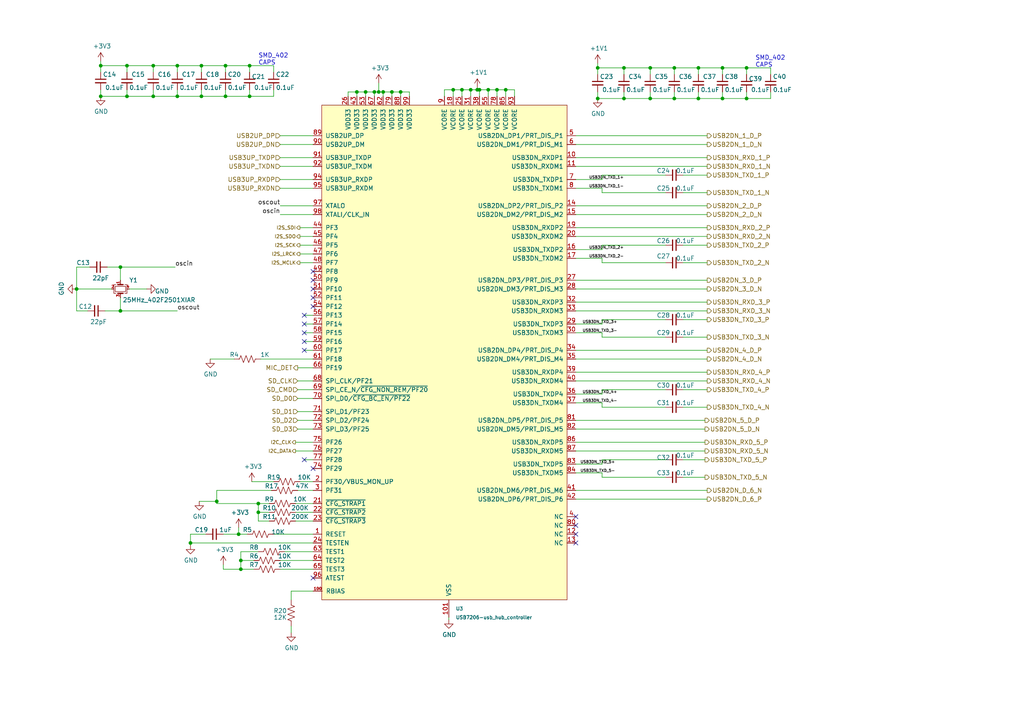
<source format=kicad_sch>
(kicad_sch (version 20211123) (generator eeschema)
  (paper "A4")
  (title_block (title "USB HUB ") (date "2022-08-30") (rev "1.0") (company "N/A") (comment 2 "Reviewed by: ") (comment 3 "Designer by: Robert Mutura"))
  (lib_symbols
    (symbol "Device:C_Small" (pin_numbers hide) (pin_names (offset 0.254) hide)
      (property "Reference" "C" (at 0.254 1.778 0))
      (property "Value" "C_Small" (at 0.254 -2.032 0))
      (symbol "C_Small_0_1"
        (polyline (pts (xy -1.524 -0.508) (xy 1.524 -0.508)) (stroke (width 0.3302)))
        (polyline (pts (xy -1.524 0.508) (xy 1.524 0.508)) (stroke (width 0.3048)))
      )
      (symbol "C_Small_1_1"
        (pin passive line (at 0 2.54 270) (length 2.032) (name "~") (number "1"))
        (pin passive line (at 0 -2.54 90) (length 2.032) (name "~") (number "2"))
      )
    )
    (symbol "Device:Crystal_GND24_Small" (pin_names (offset 1.016) hide)
      (property "Reference" "Y" (at 1.27 4.445 0))
      (property "Value" "Crystal_GND24_Small" (at 1.27 2.54 0))
      (symbol "Crystal_GND24_Small_0_1"
        (rectangle (start -0.762 -1.524) (end 0.762 1.524))
        (polyline (pts (xy -1.27 -0.762) (xy -1.27 0.762)) (stroke (width 0.381)))
        (polyline (pts (xy 1.27 -0.762) (xy 1.27 0.762)) (stroke (width 0.381)))
        (polyline (pts (xy -1.27 -1.27) (xy -1.27 -1.905) (xy 1.27 -1.905) (xy 1.27 -1.27)))
        (polyline (pts (xy -1.27 1.27) (xy -1.27 1.905) (xy 1.27 1.905) (xy 1.27 1.27)))
      )
      (symbol "Crystal_GND24_Small_1_1"
        (pin passive line (at -2.54 0 0) (length 1.27) (name "1") (number "1"))
        (pin passive line (at 0 -2.54 90) (length 0.635) (name "2") (number "2"))
        (pin passive line (at 2.54 0 180) (length 1.27) (name "3") (number "3"))
        (pin passive line (at 0 2.54 270) (length 0.635) (name "4") (number "4"))
      )
    )
    (symbol "Device:R_US" (pin_numbers hide) (pin_names (offset 0))
      (property "Reference" "R" (at 2.54 0 90))
      (property "Value" "R_US" (at -2.54 0 90))
      (symbol "R_US_0_1"
        (polyline (pts (xy 0 -2.286) (xy 0 -2.54)))
        (polyline (pts (xy 0 2.286) (xy 0 2.54)))
        (polyline (pts (xy 0 -0.762) (xy 1.016 -1.143) (xy 0 -1.524) (xy -1.016 -1.905) (xy 0 -2.286)))
        (polyline (pts (xy 0 0.762) (xy 1.016 0.381) (xy 0 0) (xy -1.016 -0.381) (xy 0 -0.762)))
        (polyline (pts (xy 0 2.286) (xy 1.016 1.905) (xy 0 1.524) (xy -1.016 1.143) (xy 0 0.762)))
      )
      (symbol "R_US_1_1"
        (pin passive line (at 0 3.81 270) (length 1.27) (name "~") (number "1"))
        (pin passive line (at 0 -3.81 90) (length 1.27) (name "~") (number "2"))
      )
    )
    (symbol "GCL_Integrated-Circuits:USB7206-usb_hub_controller" (pin_names (offset 1.016))
      (property "Reference" "U10" (at 33.02 5.715 0))
      (property "Value" "USB7206-usb_hub_controller" (at 33.655 3.175 0))
      (symbol "USB7206-usb_hub_controller_0_0"
        (pin passive line (at -39.37 -124.46 0) (length 2.54) (name "RESET") (number "1"))
        (pin input line (at 36.83 -15.24 180) (length 2.54) (name "USB3DN_RXDP1") (number "10"))
        (pin input line (at -39.37 -140.97 0) (length 2.6924) (name "RBIAS") (number "100"))
        (pin power_in line (at 0 -148.59 90) (length 5.08) (name "VSS") (number "101"))
        (pin input line (at 36.83 -17.78 180) (length 2.54) (name "USB3DN_RXDM1") (number "11"))
        (pin passive line (at 36.83 -124.46 180) (length 2.54) (name "NC") (number "12"))
        (pin passive line (at 36.83 -127 180) (length 2.54) (name "NC") (number "13"))
        (pin bidirectional line (at 36.83 -29.21 180) (length 2.54) (name "USB2DN_DP2/PRT_DIS_P2") (number "14"))
        (pin bidirectional line (at 36.83 -31.75 180) (length 2.54) (name "USB2DN_DM2/PRT_DIS_M2") (number "15"))
        (pin output line (at 36.83 -41.91 180) (length 2.54) (name "USB3DN_TXDP2") (number "16"))
        (pin output line (at 36.83 -44.45 180) (length 2.54) (name "USB3DN_TXDM2") (number "17"))
        (pin power_in line (at 1.27 2.54 270) (length 2.54) (name "VCORE") (number "18"))
        (pin input line (at 36.83 -35.56 180) (length 2.54) (name "USB3DN_RXDP2") (number "19"))
        (pin passive line (at -39.37 -109.22 0) (length 2.54) (name "PF30/VBUS_MON_UP") (number "2"))
        (pin input line (at 36.83 -38.1 180) (length 2.54) (name "USB3DN_RXDM2") (number "20"))
        (pin passive line (at -39.37 -115.57 0) (length 2.54) (name "~{CFG_STRAP1}") (number "21"))
        (pin passive line (at -39.37 -118.11 0) (length 2.54) (name "~{CFG_STRAP2}") (number "22"))
        (pin passive line (at -39.37 -120.65 0) (length 2.54) (name "~{CFG_STRAP3}") (number "23"))
        (pin passive line (at -39.37 -127 0) (length 2.54) (name "TESTEN") (number "24"))
        (pin power_in line (at 3.81 2.54 270) (length 2.54) (name "VCORE") (number "25"))
        (pin power_in line (at -29.21 2.54 270) (length 2.54) (name "VDD33") (number "26"))
        (pin bidirectional line (at 36.83 -50.8 180) (length 2.54) (name "USB2DN_DP3/PRT_DIS_P3") (number "27"))
        (pin bidirectional line (at 36.83 -53.34 180) (length 2.54) (name "USB2DN_DM3/PRT_DIS_M3") (number "28"))
        (pin output line (at 36.83 -63.5 180) (length 2.54) (name "USB3DN_TXDP3") (number "29"))
        (pin passive line (at -39.37 -111.76 0) (length 2.54) (name "PF31") (number "3"))
        (pin output line (at 36.83 -66.04 180) (length 2.54) (name "USB3DN_TXDM3") (number "30"))
        (pin power_in line (at 6.35 2.54 270) (length 2.54) (name "VCORE") (number "31"))
        (pin input line (at 36.83 -57.15 180) (length 2.54) (name "USB3DN_RXDP3") (number "32"))
        (pin input line (at 36.83 -59.69 180) (length 2.54) (name "USB3DN_RXDM3") (number "33"))
        (pin bidirectional line (at 36.83 -71.12 180) (length 2.54) (name "USB2DN_DP4/PRT_DIS_P4") (number "34"))
        (pin bidirectional line (at 36.83 -73.66 180) (length 2.54) (name "USB2DN_DM4/PRT_DIS_M4") (number "35"))
        (pin output line (at 36.83 -83.82 180) (length 2.54) (name "USB3DN_TXDP4") (number "36"))
        (pin output line (at 36.83 -86.36 180) (length 2.54) (name "USB3DN_TXDM4") (number "37"))
        (pin power_in line (at 8.89 2.54 270) (length 2.54) (name "VCORE") (number "38"))
        (pin input line (at 36.83 -77.47 180) (length 2.54) (name "USB3DN_RXDP4") (number "39"))
        (pin passive line (at 36.83 -119.38 180) (length 2.54) (name "NC") (number "4"))
        (pin input line (at 36.83 -80.01 180) (length 2.54) (name "USB3DN_RXDM4") (number "40"))
        (pin bidirectional line (at 36.83 -111.76 180) (length 2.54) (name "USB2DN_DM6/PRT_DIS_M6") (number "41"))
        (pin bidirectional line (at 36.83 -114.3 180) (length 2.54) (name "USB2DN_DP6/PRT_DIS_P6") (number "42"))
        (pin power_in line (at -26.67 2.54 270) (length 2.54) (name "VDD33") (number "43"))
        (pin passive line (at -39.37 -35.56 0) (length 2.54) (name "PF3") (number "44"))
        (pin passive line (at -39.37 -38.1 0) (length 2.54) (name "PF4") (number "45"))
        (pin passive line (at -39.37 -40.64 0) (length 2.54) (name "PF5") (number "46"))
        (pin passive line (at -39.37 -43.18 0) (length 2.54) (name "PF6") (number "47"))
        (pin passive line (at -39.37 -45.72 0) (length 2.54) (name "PF7") (number "48"))
        (pin passive line (at -39.37 -48.26 0) (length 2.54) (name "PF8") (number "49"))
        (pin bidirectional line (at 36.83 -8.89 180) (length 2.54) (name "USB2DN_DP1/PRT_DIS_P1") (number "5"))
        (pin passive line (at -39.37 -50.8 0) (length 2.54) (name "PF9") (number "50"))
        (pin passive line (at -39.37 -53.34 0) (length 2.54) (name "PF10") (number "51"))
        (pin passive line (at -39.37 -55.88 0) (length 2.54) (name "PF11") (number "52"))
        (pin power_in line (at -24.13 2.54 270) (length 2.54) (name "VDD33") (number "53"))
        (pin passive line (at -39.37 -58.42 0) (length 2.54) (name "PF12") (number "54"))
        (pin power_in line (at 11.43 2.54 270) (length 2.54) (name "VCORE") (number "55"))
        (pin passive line (at -39.37 -60.96 0) (length 2.54) (name "PF13") (number "56"))
        (pin passive line (at -39.37 -63.5 0) (length 2.54) (name "PF14") (number "57"))
        (pin passive line (at -39.37 -66.04 0) (length 2.54) (name "PF15") (number "58"))
        (pin passive line (at -39.37 -68.58 0) (length 2.54) (name "PF16") (number "59"))
        (pin bidirectional line (at 36.83 -11.43 180) (length 2.54) (name "USB2DN_DM1/PRT_DIS_M1") (number "6"))
        (pin passive line (at -39.37 -71.12 0) (length 2.54) (name "PF17") (number "60"))
        (pin passive line (at -39.37 -73.66 0) (length 2.54) (name "PF18") (number "61"))
        (pin power_in line (at -19.05 2.54 270) (length 2.54) (name "VDD33") (number "62"))
        (pin passive line (at -39.37 -129.54 0) (length 2.54) (name "TEST1") (number "63"))
        (pin passive line (at -39.37 -132.08 0) (length 2.54) (name "TEST2") (number "64"))
        (pin passive line (at -39.37 -134.62 0) (length 2.54) (name "TEST3") (number "65"))
        (pin passive line (at -39.37 -76.2 0) (length 2.54) (name "PF19") (number "66"))
        (pin power_in line (at -21.59 2.54 270) (length 2.54) (name "VDD33") (number "67"))
        (pin passive line (at -39.37 -80.01 0) (length 2.54) (name "SPI_CLK/PF21") (number "68"))
        (pin passive line (at -39.37 -82.55 0) (length 2.54) (name "SPI_CE_N/~{CFG_NON_REM/PF20}") (number "69"))
        (pin bidirectional line (at 36.83 -21.59 180) (length 2.54) (name "USB3DN_TXDP1") (number "7"))
        (pin passive line (at -39.37 -85.09 0) (length 2.54) (name "SPI_D0/~{CFG_BC_EN/PF22}") (number "70"))
        (pin passive line (at -39.37 -88.9 0) (length 2.54) (name "SPI_D1/PF23") (number "71"))
        (pin passive line (at -39.37 -91.44 0) (length 2.54) (name "SPI_D2/PF24") (number "72"))
        (pin passive line (at -39.37 -93.98 0) (length 2.54) (name "SPI_D3/PF25") (number "73"))
        (pin passive line (at -39.37 -105.41 0) (length 2.54) (name "PF29") (number "74"))
        (pin passive line (at -39.37 -97.79 0) (length 2.54) (name "PF26") (number "75"))
        (pin passive line (at -39.37 -100.33 0) (length 2.54) (name "PF27") (number "76"))
        (pin passive line (at -39.37 -102.87 0) (length 2.54) (name "PF28") (number "77"))
        (pin power_in line (at 13.97 2.54 270) (length 2.54) (name "VCORE") (number "78"))
        (pin power_in line (at -16.51 2.54 270) (length 2.54) (name "VDD33") (number "79"))
        (pin bidirectional line (at 36.83 -24.13 180) (length 2.54) (name "USB3DN_TXDM1") (number "8"))
        (pin passive line (at 36.83 -121.92 180) (length 2.54) (name "NC") (number "80"))
        (pin bidirectional line (at 36.83 -91.44 180) (length 2.54) (name "USB2DN_DP5/PRT_DIS_P5") (number "81"))
        (pin bidirectional line (at 36.83 -93.98 180) (length 2.54) (name "USB2DN_DM5/PRT_DIS_M5") (number "82"))
        (pin output line (at 36.83 -104.14 180) (length 2.54) (name "USB3DN_TXDP5") (number "83"))
        (pin output line (at 36.83 -106.68 180) (length 2.54) (name "USB3DN_TXDM5") (number "84"))
        (pin power_in line (at 16.51 2.54 270) (length 2.54) (name "VCORE") (number "85"))
        (pin input line (at 36.83 -97.79 180) (length 2.54) (name "USB3DN_RXDP5") (number "86"))
        (pin input line (at 36.83 -100.33 180) (length 2.54) (name "USB3DN_RXDM5") (number "87"))
        (pin power_in line (at -13.97 2.54 270) (length 2.54) (name "VDD33") (number "88"))
        (pin bidirectional line (at -39.37 -8.89 0) (length 2.54) (name "USB2UP_DP") (number "89"))
        (pin power_in line (at -1.27 2.54 270) (length 2.54) (name "VCORE") (number "9"))
        (pin bidirectional line (at -39.37 -11.43 0) (length 2.54) (name "USB2UP_DM") (number "90"))
        (pin output line (at -39.37 -15.24 0) (length 2.54) (name "USB3UP_TXDP") (number "91"))
        (pin output line (at -39.37 -17.78 0) (length 2.54) (name "USB3UP_TXDM") (number "92"))
        (pin power_in line (at 19.05 2.54 270) (length 2.54) (name "VCORE") (number "93"))
        (pin input line (at -39.37 -21.59 0) (length 2.54) (name "USB3UP_RXDP") (number "94"))
        (pin input line (at -39.37 -24.13 0) (length 2.54) (name "USB3UP_RXDM") (number "95"))
        (pin output line (at -39.37 -137.16 0) (length 2.54) (name "ATEST") (number "96"))
        (pin output line (at -39.37 -29.21 0) (length 2.54) (name "XTALO") (number "97"))
        (pin input line (at -39.37 -31.75 0) (length 2.54) (name "XTALI/CLK_IN") (number "98"))
        (pin power_in line (at -11.43 2.54 270) (length 2.54) (name "VDD33") (number "99"))
      )
      (symbol "USB7206-usb_hub_controller_0_1"
        (rectangle (start -36.83 0) (end 34.29 -143.51) (fill (type background)))
      )
    )
    (symbol "USB_C_HUB-rescue:+3.3V-OLIMEX_Power" (power) (pin_names (offset 0))
      (property "Value" "+3.3V-OLIMEX_Power" (at 0 3.556 0))
      (symbol "+3.3V-OLIMEX_Power_0_1"
        (polyline (pts (xy -0.762 1.27) (xy 0 2.54)))
        (polyline (pts (xy 0 0) (xy 0 2.54)))
        (polyline (pts (xy 0 2.54) (xy 0.762 1.27)))
      )
      (symbol "+3.3V-OLIMEX_Power_1_1"
        (pin power_in line (at 0 0 90) (length 0) hide (name "+3V3") (number "1"))
      )
    )
    (symbol "USB_C_HUB-rescue:GND-OLIMEX_Power" (power) (pin_names (offset 0))
      (property "Value" "GND-OLIMEX_Power" (at 0 -3.81 0))
      (symbol "GND-OLIMEX_Power_0_1"
        (polyline (pts (xy 0 0) (xy 0 -1.27) (xy 1.27 -1.27) (xy 0 -2.54) (xy -1.27 -1.27) (xy 0 -1.27)))
      )
      (symbol "GND-OLIMEX_Power_1_1"
        (pin power_in line (at 0 0 270) (length 0) hide (name "GND") (number "1"))
      )
    )
    (symbol "power:+1V1" (power) (pin_names (offset 0))
      (property "Value" "+1V1" (at 0 3.556 0))
      (symbol "+1V1_0_1"
        (polyline (pts (xy -0.762 1.27) (xy 0 2.54)))
        (polyline (pts (xy 0 0) (xy 0 2.54)))
        (polyline (pts (xy 0 2.54) (xy 0.762 1.27)))
      )
      (symbol "+1V1_1_1"
        (pin power_in line (at 0 0 90) (length 0) hide (name "+1V1") (number "1"))
      )
    )
  )
  (junction (at 62.865 145.415))
  (junction (at 69.215 154.94))
  (junction (at 216.535 28.575))
  (junction (at 29.21 27.94))
  (junction (at 209.55 28.575))
  (junction (at 136.525 26.035))
  (junction (at 146.685 26.035))
  (junction (at 106.045 26.67))
  (junction (at 188.595 19.685))
  (junction (at 29.21 19.05))
  (junction (at 109.855 26.67))
  (junction (at 138.43 26.035))
  (junction (at 202.565 28.575))
  (junction (at 34.925 90.17))
  (junction (at 58.42 19.05))
  (junction (at 69.85 162.56))
  (junction (at 44.45 19.05))
  (junction (at 74.93 146.05))
  (junction (at 108.585 26.67))
  (junction (at 180.975 28.575))
  (junction (at 44.45 27.94))
  (junction (at 58.42 27.94))
  (junction (at 131.445 26.035))
  (junction (at 144.145 26.035))
  (junction (at 141.605 26.035))
  (junction (at 34.925 77.47))
  (junction (at 36.83 27.94))
  (junction (at 69.85 165.1))
  (junction (at 55.245 157.48))
  (junction (at 116.205 26.67))
  (junction (at 51.435 19.05))
  (junction (at 195.58 19.685))
  (junction (at 36.83 19.05))
  (junction (at 173.355 28.575))
  (junction (at 113.665 26.67))
  (junction (at 103.505 26.67))
  (junction (at 65.405 27.94))
  (junction (at 65.405 19.05))
  (junction (at 202.565 19.685))
  (junction (at 72.39 27.94))
  (junction (at 133.985 26.035))
  (junction (at 74.93 148.59))
  (junction (at 111.125 26.67))
  (junction (at 173.355 19.685))
  (junction (at 216.535 19.685))
  (junction (at 51.435 27.94))
  (junction (at 22.225 83.82))
  (junction (at 209.55 19.685))
  (junction (at 188.595 28.575))
  (junction (at 195.58 28.575))
  (junction (at 180.975 19.685))
  (junction (at 139.065 26.035))
  (junction (at 72.39 19.05))
  (no_connect (at 167.005 152.4))
  (no_connect (at 88.265 96.52))
  (no_connect (at 88.265 99.06))
  (no_connect (at 88.265 133.35))
  (no_connect (at 167.005 149.86))
  (no_connect (at 90.805 81.28))
  (no_connect (at 90.805 83.82))
  (no_connect (at 90.805 135.89))
  (no_connect (at 88.265 101.6))
  (no_connect (at 90.805 88.9))
  (no_connect (at 88.265 93.98))
  (no_connect (at 90.805 78.74))
  (no_connect (at 90.805 167.64))
  (no_connect (at 88.265 91.44))
  (no_connect (at 167.005 157.48))
  (no_connect (at 90.805 86.36))
  (no_connect (at 167.005 154.94))
  (wire (pts (xy 146.685 26.035) (xy 146.685 27.94)))
  (wire (pts (xy 34.925 90.17) (xy 34.925 86.36)))
  (wire (pts (xy 26.035 77.47) (xy 22.225 77.47)))
  (wire (pts (xy 69.85 165.1) (xy 73.66 165.1)))
  (wire (pts (xy 167.005 54.61) (xy 174.625 54.61)))
  (wire (pts (xy 167.005 90.17) (xy 205.105 90.17)))
  (wire (pts (xy 167.005 62.23) (xy 205.105 62.23)))
  (wire (pts (xy 90.805 121.92) (xy 86.36 121.92)))
  (wire (pts (xy 109.855 26.67) (xy 111.125 26.67)))
  (wire (pts (xy 174.625 76.2) (xy 193.04 76.2)))
  (wire (pts (xy 188.595 19.685) (xy 188.595 21.59)))
  (wire (pts (xy 180.975 19.685) (xy 180.975 21.59)))
  (wire (pts (xy 88.265 96.52) (xy 90.805 96.52)))
  (wire (pts (xy 174.625 74.93) (xy 174.625 76.2)))
  (wire (pts (xy 55.245 157.48) (xy 55.245 158.115)))
  (wire (pts (xy 223.52 28.575) (xy 223.52 26.67)))
  (wire (pts (xy 86.36 119.38) (xy 90.805 119.38)))
  (wire (pts (xy 85.725 151.13) (xy 90.805 151.13)))
  (wire (pts (xy 167.005 121.92) (xy 204.47 121.92)))
  (wire (pts (xy 216.535 19.685) (xy 223.52 19.685)))
  (wire (pts (xy 198.12 55.88) (xy 205.105 55.88)))
  (wire (pts (xy 86.36 124.46) (xy 90.805 124.46)))
  (wire (pts (xy 174.625 52.07) (xy 174.625 50.8)))
  (wire (pts (xy 167.005 128.27) (xy 204.47 128.27)))
  (wire (pts (xy 174.625 71.12) (xy 193.04 71.12)))
  (wire (pts (xy 106.045 27.94) (xy 106.045 26.67)))
  (wire (pts (xy 116.205 26.67) (xy 118.745 26.67)))
  (wire (pts (xy 198.12 50.8) (xy 205.105 50.8)))
  (wire (pts (xy 144.145 26.035) (xy 146.685 26.035)))
  (wire (pts (xy 88.265 101.6) (xy 90.805 101.6)))
  (wire (pts (xy 167.005 101.6) (xy 205.105 101.6)))
  (wire (pts (xy 174.625 54.61) (xy 174.625 55.88)))
  (wire (pts (xy 81.28 165.1) (xy 90.805 165.1)))
  (wire (pts (xy 174.625 137.16) (xy 174.625 138.43)))
  (wire (pts (xy 167.005 72.39) (xy 174.625 72.39)))
  (wire (pts (xy 74.93 148.59) (xy 74.93 146.05)))
  (wire (pts (xy 174.625 55.88) (xy 193.04 55.88)))
  (wire (pts (xy 82.55 160.02) (xy 90.805 160.02)))
  (wire (pts (xy 111.125 26.67) (xy 113.665 26.67)))
  (wire (pts (xy 174.625 50.8) (xy 193.04 50.8)))
  (wire (pts (xy 136.525 26.035) (xy 138.43 26.035)))
  (wire (pts (xy 88.265 99.06) (xy 90.805 99.06)))
  (wire (pts (xy 88.265 91.44) (xy 90.805 91.44)))
  (wire (pts (xy 138.43 26.035) (xy 138.43 25.4)))
  (wire (pts (xy 174.625 134.62) (xy 174.625 133.35)))
  (wire (pts (xy 198.12 138.43) (xy 204.47 138.43)))
  (wire (pts (xy 44.45 19.05) (xy 51.435 19.05)))
  (wire (pts (xy 29.21 20.955) (xy 29.21 19.05)))
  (wire (pts (xy 174.625 96.52) (xy 174.625 97.79)))
  (wire (pts (xy 167.005 137.16) (xy 174.625 137.16)))
  (wire (pts (xy 167.005 52.07) (xy 174.625 52.07)))
  (wire (pts (xy 167.005 48.26) (xy 205.105 48.26)))
  (wire (pts (xy 55.245 157.48) (xy 90.805 157.48)))
  (wire (pts (xy 174.625 133.35) (xy 193.04 133.35)))
  (wire (pts (xy 58.42 27.94) (xy 58.42 26.035)))
  (wire (pts (xy 195.58 28.575) (xy 195.58 26.67)))
  (wire (pts (xy 58.42 19.05) (xy 65.405 19.05)))
  (wire (pts (xy 79.375 154.94) (xy 90.805 154.94)))
  (wire (pts (xy 37.465 83.82) (xy 42.545 83.82)))
  (wire (pts (xy 65.405 19.05) (xy 72.39 19.05)))
  (wire (pts (xy 86.995 76.2) (xy 90.805 76.2)))
  (wire (pts (xy 86.995 71.12) (xy 90.805 71.12)))
  (wire (pts (xy 81.28 48.26) (xy 90.805 48.26)))
  (wire (pts (xy 103.505 26.67) (xy 106.045 26.67)))
  (wire (pts (xy 69.85 160.02) (xy 74.93 160.02)))
  (wire (pts (xy 167.005 87.63) (xy 205.105 87.63)))
  (wire (pts (xy 173.355 19.685) (xy 180.975 19.685)))
  (wire (pts (xy 173.355 18.415) (xy 173.355 19.685)))
  (wire (pts (xy 167.005 114.3) (xy 174.625 114.3)))
  (wire (pts (xy 141.605 26.035) (xy 141.605 27.94)))
  (wire (pts (xy 36.83 27.94) (xy 44.45 27.94)))
  (wire (pts (xy 195.58 19.685) (xy 195.58 21.59)))
  (wire (pts (xy 51.435 19.05) (xy 51.435 20.955)))
  (wire (pts (xy 51.435 19.05) (xy 58.42 19.05)))
  (wire (pts (xy 22.225 90.17) (xy 25.4 90.17)))
  (wire (pts (xy 209.55 19.685) (xy 216.535 19.685)))
  (wire (pts (xy 167.005 110.49) (xy 205.105 110.49)))
  (wire (pts (xy 65.405 26.035) (xy 65.405 27.94)))
  (wire (pts (xy 188.595 28.575) (xy 195.58 28.575)))
  (wire (pts (xy 34.925 77.47) (xy 50.8 77.47)))
  (wire (pts (xy 198.12 76.2) (xy 205.105 76.2)))
  (wire (pts (xy 174.625 93.98) (xy 174.625 92.71)))
  (wire (pts (xy 88.265 133.35) (xy 90.805 133.35)))
  (wire (pts (xy 81.28 62.23) (xy 90.805 62.23)))
  (wire (pts (xy 64.77 163.83) (xy 64.77 165.1)))
  (wire (pts (xy 73.66 162.56) (xy 69.85 162.56)))
  (wire (pts (xy 174.625 113.03) (xy 193.04 113.03)))
  (wire (pts (xy 167.005 66.04) (xy 205.105 66.04)))
  (wire (pts (xy 81.28 39.37) (xy 90.805 39.37)))
  (wire (pts (xy 139.065 26.035) (xy 141.605 26.035)))
  (wire (pts (xy 58.42 19.05) (xy 58.42 20.955)))
  (wire (pts (xy 31.115 77.47) (xy 34.925 77.47)))
  (wire (pts (xy 65.405 19.05) (xy 65.405 20.955)))
  (wire (pts (xy 36.83 27.94) (xy 36.83 26.035)))
  (wire (pts (xy 103.505 27.94) (xy 103.505 26.67)))
  (wire (pts (xy 209.55 26.67) (xy 209.55 28.575)))
  (wire (pts (xy 22.225 77.47) (xy 22.225 83.82)))
  (wire (pts (xy 69.85 162.56) (xy 69.85 165.1)))
  (wire (pts (xy 167.005 59.69) (xy 205.105 59.69)))
  (wire (pts (xy 74.93 146.05) (xy 62.865 146.05)))
  (wire (pts (xy 167.005 104.14) (xy 205.105 104.14)))
  (wire (pts (xy 69.215 154.94) (xy 71.755 154.94)))
  (wire (pts (xy 22.225 83.82) (xy 22.225 90.17)))
  (wire (pts (xy 72.39 19.05) (xy 79.375 19.05)))
  (wire (pts (xy 62.865 142.24) (xy 62.865 145.415)))
  (wire (pts (xy 180.975 28.575) (xy 188.595 28.575)))
  (wire (pts (xy 85.725 130.81) (xy 90.805 130.81)))
  (wire (pts (xy 167.005 116.84) (xy 174.625 116.84)))
  (wire (pts (xy 180.975 19.685) (xy 188.595 19.685)))
  (wire (pts (xy 174.625 72.39) (xy 174.625 71.12)))
  (wire (pts (xy 167.005 45.72) (xy 205.105 45.72)))
  (wire (pts (xy 81.28 45.72) (xy 90.805 45.72)))
  (wire (pts (xy 81.28 59.69) (xy 90.805 59.69)))
  (wire (pts (xy 34.925 77.47) (xy 34.925 81.28)))
  (wire (pts (xy 62.865 145.415) (xy 57.785 145.415)))
  (wire (pts (xy 116.205 27.94) (xy 116.205 26.67)))
  (wire (pts (xy 86.36 113.03) (xy 90.805 113.03)))
  (wire (pts (xy 202.565 19.685) (xy 202.565 21.59)))
  (wire (pts (xy 198.12 97.79) (xy 205.105 97.79)))
  (wire (pts (xy 79.375 139.7) (xy 73.025 139.7)))
  (wire (pts (xy 113.665 27.94) (xy 113.665 26.67)))
  (wire (pts (xy 108.585 26.67) (xy 109.855 26.67)))
  (wire (pts (xy 167.005 93.98) (xy 174.625 93.98)))
  (wire (pts (xy 138.43 26.035) (xy 139.065 26.035)))
  (wire (pts (xy 174.625 114.3) (xy 174.625 113.03)))
  (wire (pts (xy 141.605 26.035) (xy 144.145 26.035)))
  (wire (pts (xy 64.77 165.1) (xy 69.85 165.1)))
  (wire (pts (xy 69.85 162.56) (xy 69.85 160.02)))
  (wire (pts (xy 81.28 162.56) (xy 90.805 162.56)))
  (wire (pts (xy 29.21 26.035) (xy 29.21 27.94)))
  (wire (pts (xy 34.925 90.17) (xy 51.435 90.17)))
  (wire (pts (xy 136.525 27.94) (xy 136.525 26.035)))
  (wire (pts (xy 44.45 19.05) (xy 44.45 20.955)))
  (wire (pts (xy 195.58 19.685) (xy 202.565 19.685)))
  (wire (pts (xy 131.445 26.035) (xy 133.985 26.035)))
  (wire (pts (xy 84.455 183.515) (xy 84.455 181.61)))
  (wire (pts (xy 85.725 128.27) (xy 90.805 128.27)))
  (wire (pts (xy 100.965 26.67) (xy 103.505 26.67)))
  (wire (pts (xy 146.685 26.035) (xy 149.225 26.035)))
  (wire (pts (xy 198.12 118.11) (xy 205.105 118.11)))
  (wire (pts (xy 223.52 19.685) (xy 223.52 21.59)))
  (wire (pts (xy 139.065 26.035) (xy 139.065 27.94)))
  (wire (pts (xy 173.355 21.59) (xy 173.355 19.685)))
  (wire (pts (xy 86.36 115.57) (xy 90.805 115.57)))
  (wire (pts (xy 108.585 27.94) (xy 108.585 26.67)))
  (wire (pts (xy 113.665 26.67) (xy 116.205 26.67)))
  (wire (pts (xy 36.83 19.05) (xy 36.83 20.955)))
  (wire (pts (xy 59.69 154.94) (xy 55.245 154.94)))
  (wire (pts (xy 88.265 93.98) (xy 90.805 93.98)))
  (wire (pts (xy 174.625 138.43) (xy 193.04 138.43)))
  (wire (pts (xy 30.48 90.17) (xy 34.925 90.17)))
  (wire (pts (xy 84.455 173.99) (xy 84.455 171.45)))
  (wire (pts (xy 74.93 146.05) (xy 78.105 146.05)))
  (wire (pts (xy 36.83 19.05) (xy 44.45 19.05)))
  (wire (pts (xy 84.455 171.45) (xy 90.805 171.45)))
  (wire (pts (xy 167.005 130.81) (xy 204.47 130.81)))
  (wire (pts (xy 131.445 27.94) (xy 131.445 26.035)))
  (wire (pts (xy 29.21 17.78) (xy 29.21 19.05)))
  (wire (pts (xy 55.245 154.94) (xy 55.245 157.48)))
  (wire (pts (xy 133.985 27.94) (xy 133.985 26.035)))
  (wire (pts (xy 167.005 68.58) (xy 205.105 68.58)))
  (wire (pts (xy 78.105 148.59) (xy 74.93 148.59)))
  (wire (pts (xy 85.725 146.05) (xy 90.805 146.05)))
  (wire (pts (xy 174.625 118.11) (xy 193.04 118.11)))
  (wire (pts (xy 78.105 151.13) (xy 74.93 151.13)))
  (wire (pts (xy 86.995 66.04) (xy 90.805 66.04)))
  (wire (pts (xy 100.965 26.67) (xy 100.965 27.94)))
  (wire (pts (xy 81.28 41.91) (xy 90.805 41.91)))
  (wire (pts (xy 198.12 71.12) (xy 205.105 71.12)))
  (wire (pts (xy 167.005 107.95) (xy 205.105 107.95)))
  (wire (pts (xy 167.005 144.78) (xy 205.105 144.78)))
  (wire (pts (xy 128.905 26.035) (xy 131.445 26.035)))
  (wire (pts (xy 216.535 28.575) (xy 216.535 26.67)))
  (wire (pts (xy 58.42 27.94) (xy 65.405 27.94)))
  (wire (pts (xy 72.39 27.94) (xy 72.39 26.035)))
  (wire (pts (xy 180.975 28.575) (xy 180.975 26.67)))
  (wire (pts (xy 167.005 83.82) (xy 205.105 83.82)))
  (wire (pts (xy 44.45 27.94) (xy 51.435 27.94)))
  (wire (pts (xy 128.905 27.94) (xy 128.905 26.035)))
  (wire (pts (xy 167.005 142.24) (xy 205.105 142.24)))
  (wire (pts (xy 188.595 19.685) (xy 195.58 19.685)))
  (wire (pts (xy 74.93 151.13) (xy 74.93 148.59)))
  (wire (pts (xy 130.175 179.705) (xy 130.175 179.07)))
  (wire (pts (xy 195.58 28.575) (xy 202.565 28.575)))
  (wire (pts (xy 78.74 142.24) (xy 62.865 142.24)))
  (wire (pts (xy 75.565 104.14) (xy 90.805 104.14)))
  (wire (pts (xy 118.745 26.67) (xy 118.745 27.94)))
  (wire (pts (xy 65.405 27.94) (xy 72.39 27.94)))
  (wire (pts (xy 22.225 83.82) (xy 32.385 83.82)))
  (wire (pts (xy 173.355 26.67) (xy 173.355 28.575)))
  (wire (pts (xy 81.28 52.07) (xy 90.805 52.07)))
  (wire (pts (xy 81.28 54.61) (xy 90.805 54.61)))
  (wire (pts (xy 202.565 28.575) (xy 209.55 28.575)))
  (wire (pts (xy 216.535 19.685) (xy 216.535 21.59)))
  (wire (pts (xy 86.995 68.58) (xy 90.805 68.58)))
  (wire (pts (xy 174.625 92.71) (xy 193.04 92.71)))
  (wire (pts (xy 69.215 154.94) (xy 64.77 154.94)))
  (wire (pts (xy 167.005 74.93) (xy 174.625 74.93)))
  (wire (pts (xy 209.55 19.685) (xy 209.55 21.59)))
  (wire (pts (xy 106.045 26.67) (xy 108.585 26.67)))
  (wire (pts (xy 60.96 104.14) (xy 67.945 104.14)))
  (wire (pts (xy 167.005 39.37) (xy 205.105 39.37)))
  (wire (pts (xy 209.55 28.575) (xy 216.535 28.575)))
  (wire (pts (xy 149.225 26.035) (xy 149.225 27.94)))
  (wire (pts (xy 198.12 92.71) (xy 205.105 92.71)))
  (wire (pts (xy 188.595 28.575) (xy 188.595 26.67)))
  (wire (pts (xy 167.005 81.28) (xy 205.105 81.28)))
  (wire (pts (xy 198.12 113.03) (xy 205.105 113.03)))
  (wire (pts (xy 167.005 124.46) (xy 204.47 124.46)))
  (wire (pts (xy 79.375 19.05) (xy 79.375 20.955)))
  (wire (pts (xy 86.995 139.7) (xy 90.805 139.7)))
  (wire (pts (xy 69.215 153.035) (xy 69.215 154.94)))
  (wire (pts (xy 44.45 27.94) (xy 44.45 26.035)))
  (wire (pts (xy 216.535 28.575) (xy 223.52 28.575)))
  (wire (pts (xy 167.005 96.52) (xy 174.625 96.52)))
  (wire (pts (xy 167.005 41.91) (xy 205.105 41.91)))
  (wire (pts (xy 202.565 19.685) (xy 209.55 19.685)))
  (wire (pts (xy 144.145 26.035) (xy 144.145 27.94)))
  (wire (pts (xy 85.725 148.59) (xy 90.805 148.59)))
  (wire (pts (xy 133.985 26.035) (xy 136.525 26.035)))
  (wire (pts (xy 173.355 28.575) (xy 180.975 28.575)))
  (wire (pts (xy 86.36 142.24) (xy 90.805 142.24)))
  (wire (pts (xy 174.625 97.79) (xy 193.04 97.79)))
  (wire (pts (xy 109.855 24.13) (xy 109.855 26.67)))
  (wire (pts (xy 174.625 116.84) (xy 174.625 118.11)))
  (wire (pts (xy 72.39 19.05) (xy 72.39 20.955)))
  (wire (pts (xy 29.21 27.94) (xy 36.83 27.94)))
  (wire (pts (xy 51.435 27.94) (xy 51.435 26.035)))
  (wire (pts (xy 62.865 146.05) (xy 62.865 145.415)))
  (wire (pts (xy 111.125 26.67) (xy 111.125 27.94)))
  (wire (pts (xy 86.995 73.66) (xy 90.805 73.66)))
  (wire (pts (xy 79.375 27.94) (xy 79.375 26.035)))
  (wire (pts (xy 198.12 133.35) (xy 204.47 133.35)))
  (wire (pts (xy 72.39 27.94) (xy 79.375 27.94)))
  (wire (pts (xy 167.005 134.62) (xy 174.625 134.62)))
  (wire (pts (xy 202.565 28.575) (xy 202.565 26.67)))
  (wire (pts (xy 86.36 106.68) (xy 90.805 106.68)))
  (wire (pts (xy 29.21 19.05) (xy 36.83 19.05)))
  (wire (pts (xy 51.435 27.94) (xy 58.42 27.94)))
  (wire (pts (xy 90.805 110.49) (xy 86.36 110.49)))
  (text "SMD_402\nCAPS" (at 74.93 19.05 0) (effects (font (size 1.27 1.27)) (justify left bottom)))
  (text "SMD_402\nCAPS" (at 219.075 19.685 0) (effects (font (size 1.27 1.27)) (justify left bottom)))
  (label "USB3DN_TXD_3+" (at 168.91 93.98 0) (effects (font (size 0.8 0.8))))
  (label "USB3DN_TXD_5+" (at 168.275 134.62 0) (effects (font (size 0.8 0.8))))
  (label "USB3DN_TXD_4-" (at 168.91 116.84 0) (effects (font (size 0.8 0.8))))
  (label "oscout" (at 51.435 90.17 0))
  (label "USB3DN_TXD_3-" (at 168.91 96.52 0) (effects (font (size 0.8 0.8))))
  (label "USB3DN_TXD_2+" (at 170.815 72.39 0) (effects (font (size 0.8 0.8))))
  (label "oscin" (at 81.28 62.23 180))
  (label "USB3DN_TXD_5-" (at 168.275 137.16 0) (effects (font (size 0.8 0.8))))
  (label "oscin" (at 50.8 77.47 0))
  (label "USB3DN_TXD_1+" (at 170.815 52.07 0) (effects (font (size 0.8 0.8))))
  (label "USB3DN_TXD_1-" (at 170.815 54.61 0) (effects (font (size 0.8 0.8))))
  (label "USB3DN_TXD_2-" (at 170.815 74.93 0) (effects (font (size 0.8 0.8))))
  (label "USB3DN_TXD_4+" (at 168.91 114.3 0) (effects (font (size 0.8 0.8))))
  (label "oscout" (at 81.28 59.69 180))
  (hierarchical_label "USB2UP_DN" (shape input) (at 81.28 41.91 180))
  (hierarchical_label "SD_CLK" (shape input) (at 86.36 110.49 180))
  (hierarchical_label "USB3DN_RXD_3_N" (shape output) (at 205.105 90.17 0))
  (hierarchical_label "USB2DN_3_D_N" (shape output) (at 205.105 83.82 0))
  (hierarchical_label "USB2DN_5_D_N" (shape output) (at 204.47 124.46 0))
  (hierarchical_label "USB3DN_RXD_2_N" (shape output) (at 205.105 68.58 0))
  (hierarchical_label "USB2DN_1_D_N" (shape output) (at 205.105 41.91 0))
  (hierarchical_label "SD_CMD" (shape input) (at 86.36 113.03 180))
  (hierarchical_label "I2S_SDI" (shape output) (at 86.995 66.04 180) (effects (font (size 0.9906 0.9906))))
  (hierarchical_label "I2S_SCK" (shape output) (at 86.995 71.12 180) (effects (font (size 0.9906 0.9906))))
  (hierarchical_label "USB3DN_RXD_5_N" (shape output) (at 204.47 130.81 0))
  (hierarchical_label "USB3DN_TXD_3_N" (shape output) (at 205.105 97.79 0))
  (hierarchical_label "USB3DN_TXD_2_P" (shape output) (at 205.105 71.12 0))
  (hierarchical_label "USB3UP_TXDN" (shape input) (at 81.28 48.26 180))
  (hierarchical_label "USB3DN_RXD_5_P" (shape output) (at 204.47 128.27 0))
  (hierarchical_label "SD_D0" (shape input) (at 86.36 115.57 180))
  (hierarchical_label "I2C_DATA" (shape output) (at 85.725 130.81 180) (effects (font (size 0.9906 0.9906))))
  (hierarchical_label "USB3DN_TXD_1_P" (shape output) (at 205.105 50.8 0))
  (hierarchical_label "SD_D1" (shape input) (at 86.36 119.38 180))
  (hierarchical_label "SD_D2" (shape input) (at 86.36 121.92 180))
  (hierarchical_label "USB3DN_RXD_1_N" (shape output) (at 205.105 48.26 0))
  (hierarchical_label "USB3UP_TXDP" (shape input) (at 81.28 45.72 180))
  (hierarchical_label "I2S_LRCK" (shape output) (at 86.995 73.66 180) (effects (font (size 0.9906 0.9906))))
  (hierarchical_label "USB2DN_2_D_P" (shape output) (at 205.105 59.69 0))
  (hierarchical_label "USB3DN_TXD_2_N" (shape output) (at 205.105 76.2 0))
  (hierarchical_label "USB2UP_DP" (shape input) (at 81.28 39.37 180))
  (hierarchical_label "USB3DN_RXD_4_N" (shape output) (at 205.105 110.49 0))
  (hierarchical_label "USB2DN_D_6_N" (shape output) (at 205.105 142.24 0))
  (hierarchical_label "USB2DN_2_D_N" (shape output) (at 205.105 62.23 0))
  (hierarchical_label "USB3DN_RXD_2_P" (shape output) (at 205.105 66.04 0))
  (hierarchical_label "USB3DN_RXD_1_P" (shape output) (at 205.105 45.72 0))
  (hierarchical_label "USB2DN_5_D_P" (shape output) (at 204.47 121.92 0))
  (hierarchical_label "USB3DN_TXD_3_P" (shape output) (at 205.105 92.71 0))
  (hierarchical_label "USB3UP_RXDN" (shape input) (at 81.28 54.61 180))
  (hierarchical_label "USB3DN_RXD_4_P" (shape output) (at 205.105 107.95 0))
  (hierarchical_label "USB2DN_D_6_P" (shape output) (at 205.105 144.78 0))
  (hierarchical_label "USB3DN_TXD_5_N" (shape output) (at 204.47 138.43 0))
  (hierarchical_label "USB3DN_TXD_4_P" (shape output) (at 205.105 113.03 0))
  (hierarchical_label "I2S_SDO" (shape output) (at 86.995 68.58 180) (effects (font (size 0.9906 0.9906))))
  (hierarchical_label "I2C_CLK" (shape output) (at 85.725 128.27 180) (effects (font (size 0.9906 0.9906))))
  (hierarchical_label "USB2DN_4_D_N" (shape output) (at 205.105 104.14 0))
  (hierarchical_label "USB3DN_TXD_4_N" (shape output) (at 205.105 118.11 0))
  (hierarchical_label "USB3UP_RXDP" (shape input) (at 81.28 52.07 180))
  (hierarchical_label "USB2DN_4_D_P" (shape output) (at 205.105 101.6 0))
  (hierarchical_label "I2S_MCLK" (shape output) (at 86.995 76.2 180) (effects (font (size 0.9906 0.9906))))
  (hierarchical_label "USB3DN_TXD_1_N" (shape output) (at 205.105 55.88 0))
  (hierarchical_label "USB3DN_RXD_3_P" (shape output) (at 205.105 87.63 0))
  (hierarchical_label "USB3DN_TXD_5_P" (shape output) (at 204.47 133.35 0))
  (hierarchical_label "USB2DN_3_D_P" (shape output) (at 205.105 81.28 0))
  (hierarchical_label "SD_D3" (shape input) (at 86.36 124.46 180))
  (hierarchical_label "USB2DN_1_D_P" (shape output) (at 205.105 39.37 0))
  (hierarchical_label "MIC_DET" (shape output) (at 86.36 106.68 180))
  (symbol (lib_id "power:+1V1") (at 173.355 18.415 0) (unit 1)
    (property "Reference" "#PWR043" (effects hide))
    (property "Value" "+1V1" (at 173.736 14.0208 0))
  )
  (symbol (lib_id "Device:C_Small") (at 29.21 23.495 0) (unit 1)
    (property "Reference" "C14" (at 29.845 21.59 0) (effects (justify left)))
    (property "Value" "0.1uF" (at 30.48 25.4 0) (effects (justify left)))
    (property "Footprint" "Capacitor_SMD:C_0402_1005Metric" (effects hide))
  )
  (symbol (lib_id "Device:C_Small") (at 36.83 23.495 0) (unit 1)
    (property "Reference" "C15" (at 38.1 21.59 0) (effects (justify left)))
    (property "Value" "0.1uF" (at 37.465 25.4 0) (effects (justify left)))
    (property "Footprint" "Capacitor_SMD:C_0402_1005Metric" (effects hide))
  )
  (symbol (lib_id "Device:C_Small") (at 44.45 23.495 0) (unit 1)
    (property "Reference" "C16" (at 45.72 21.59 0) (effects (justify left)))
    (property "Value" "0.1uF" (at 45.085 25.4 0) (effects (justify left)))
    (property "Footprint" "Capacitor_SMD:C_0402_1005Metric" (effects hide))
  )
  (symbol (lib_id "Device:C_Small") (at 51.435 23.495 0) (unit 1)
    (property "Reference" "C17" (at 52.705 21.59 0) (effects (justify left)))
    (property "Value" "0.1uF" (at 52.07 25.4 0) (effects (justify left)))
    (property "Footprint" "Capacitor_SMD:C_0402_1005Metric" (effects hide))
  )
  (symbol (lib_id "Device:C_Small") (at 58.42 23.495 0) (unit 1)
    (property "Reference" "C18" (at 59.69 21.59 0) (effects (justify left)))
    (property "Value" "0.1uF" (at 59.055 25.4 0) (effects (justify left)))
    (property "Footprint" "Capacitor_SMD:C_0402_1005Metric" (effects hide))
  )
  (symbol (lib_id "Device:C_Small") (at 65.405 23.495 0) (unit 1)
    (property "Reference" "C20" (at 66.04 21.59 0) (effects (justify left)))
    (property "Value" "0.1uF" (at 66.04 25.4 0) (effects (justify left)))
    (property "Footprint" "Capacitor_SMD:C_0402_1005Metric" (effects hide))
  )
  (symbol (lib_id "Device:C_Small") (at 72.39 23.495 0) (unit 1)
    (property "Reference" "C21" (at 73.025 22.225 0) (effects (justify left)))
    (property "Value" "0.1uF" (at 73.66 25.4 0) (effects (justify left)))
    (property "Footprint" "Capacitor_SMD:C_0402_1005Metric" (effects hide))
  )
  (symbol (lib_id "Device:C_Small") (at 79.375 23.495 0) (unit 1)
    (property "Reference" "C22" (at 80.01 21.59 0) (effects (justify left)))
    (property "Value" "0.1uF" (at 80.01 25.4 0) (effects (justify left)))
    (property "Footprint" "Capacitor_SMD:C_0402_1005Metric" (effects hide))
  )
  (symbol (lib_id "USB_C_HUB-rescue:+3.3V-OLIMEX_Power") (at 29.21 17.78 0) (unit 1)
    (property "Reference" "#PWR030" (effects hide))
    (property "Value" "+3.3V" (at 29.591 13.3858 0))
  )
  (symbol (lib_id "USB_C_HUB-rescue:GND-OLIMEX_Power") (at 29.21 27.94 0) (unit 1)
    (property "Reference" "#PWR031" (effects hide))
    (property "Value" "GND" (at 29.337 32.3342 0))
  )
  (symbol (lib_id "USB_C_HUB-rescue:+3.3V-OLIMEX_Power") (at 109.855 24.13 0) (unit 1)
    (property "Reference" "#PWR040" (effects hide))
    (property "Value" "+3.3V" (at 110.236 19.7358 0))
  )
  (symbol (lib_id "USB_C_HUB-rescue:GND-OLIMEX_Power") (at 173.355 28.575 0) (unit 1)
    (property "Reference" "#PWR044" (effects hide))
    (property "Value" "GND" (at 173.482 32.9692 0))
  )
  (symbol (lib_id "Device:C_Small") (at 223.52 24.13 0) (unit 1)
    (property "Reference" "C40" (at 224.155 22.225 0) (effects (justify left)))
    (property "Value" "0.1uF" (at 224.155 26.035 0) (effects (justify left)))
    (property "Footprint" "Capacitor_SMD:C_0402_1005Metric" (effects hide))
  )
  (symbol (lib_id "Device:C_Small") (at 216.535 24.13 0) (unit 1)
    (property "Reference" "C39" (at 217.17 22.86 0) (effects (justify left)))
    (property "Value" "0.1uF" (at 217.805 26.035 0) (effects (justify left)))
    (property "Footprint" "Capacitor_SMD:C_0402_1005Metric" (effects hide))
  )
  (symbol (lib_id "Device:C_Small") (at 209.55 24.13 0) (unit 1)
    (property "Reference" "C38" (at 210.185 22.225 0) (effects (justify left)))
    (property "Value" "0.1uF" (at 210.185 26.035 0) (effects (justify left)))
    (property "Footprint" "Capacitor_SMD:C_0402_1005Metric" (effects hide))
  )
  (symbol (lib_id "Device:C_Small") (at 202.565 24.13 0) (unit 1)
    (property "Reference" "C37" (at 203.835 22.225 0) (effects (justify left)))
    (property "Value" "0.1uF" (at 203.2 26.035 0) (effects (justify left)))
    (property "Footprint" "Capacitor_SMD:C_0402_1005Metric" (effects hide))
  )
  (symbol (lib_id "Device:C_Small") (at 195.58 24.13 0) (unit 1)
    (property "Reference" "C36" (at 196.85 22.225 0) (effects (justify left)))
    (property "Value" "0.1uF" (at 196.215 26.035 0) (effects (justify left)))
    (property "Footprint" "Capacitor_SMD:C_0402_1005Metric" (effects hide))
  )
  (symbol (lib_id "Device:C_Small") (at 188.595 24.13 0) (unit 1)
    (property "Reference" "C35" (at 189.865 22.225 0) (effects (justify left)))
    (property "Value" "0.1uF" (at 189.23 26.035 0) (effects (justify left)))
    (property "Footprint" "Capacitor_SMD:C_0402_1005Metric" (effects hide))
  )
  (symbol (lib_id "Device:C_Small") (at 180.975 24.13 0) (unit 1)
    (property "Reference" "C34" (at 182.245 22.225 0) (effects (justify left)))
    (property "Value" "0.1uF" (at 181.61 26.035 0) (effects (justify left)))
    (property "Footprint" "Capacitor_SMD:C_0402_1005Metric" (effects hide))
  )
  (symbol (lib_id "Device:C_Small") (at 173.355 24.13 0) (unit 1)
    (property "Reference" "C23" (at 173.99 22.225 0) (effects (justify left)))
    (property "Value" "0.1uF" (at 174.625 26.035 0) (effects (justify left)))
    (property "Footprint" "Capacitor_SMD:C_0402_1005Metric" (effects hide))
  )
  (symbol (lib_id "power:+1V1") (at 138.43 25.4 0) (unit 1)
    (property "Reference" "#PWR042" (effects hide))
    (property "Value" "+1V1" (at 138.811 21.0058 0))
  )
  (symbol (lib_id "Device:C_Small") (at 195.58 50.8 270) (unit 1) (in_bom no) (on_board no)
    (property "Reference" "C24" (at 192.405 49.53 90))
    (property "Value" "0.1uF" (at 198.755 49.53 90))
    (property "Footprint" "Capacitor_SMD:C_0402_1005Metric" (effects hide))
  )
  (symbol (lib_id "Device:C_Small") (at 195.58 55.88 270) (unit 1) (in_bom no) (on_board no)
    (property "Reference" "C25" (at 192.405 54.61 90))
    (property "Value" "0.1uF" (at 198.755 54.61 90))
    (property "Footprint" "Capacitor_SMD:C_0402_1005Metric" (effects hide))
  )
  (symbol (lib_id "Device:C_Small") (at 195.58 71.12 270) (unit 1) (in_bom no) (on_board no)
    (property "Reference" "C26" (at 192.405 69.85 90))
    (property "Value" "0.1uF" (at 198.755 69.85 90))
    (property "Footprint" "Capacitor_SMD:C_0402_1005Metric" (effects hide))
  )
  (symbol (lib_id "Device:C_Small") (at 195.58 76.2 270) (unit 1) (in_bom no) (on_board no)
    (property "Reference" "C27" (at 192.405 74.295 90))
    (property "Value" "0.1uF" (at 198.755 74.93 90))
    (property "Footprint" "Capacitor_SMD:C_0402_1005Metric" (effects hide))
  )
  (symbol (lib_id "Device:C_Small") (at 195.58 92.71 270) (unit 1)
    (property "Reference" "C28" (at 192.405 91.44 90))
    (property "Value" "0.1uF" (at 198.755 91.44 90))
    (property "Footprint" "Capacitor_SMD:C_0402_1005Metric" (effects hide))
  )
  (symbol (lib_id "Device:C_Small") (at 195.58 97.79 270) (unit 1)
    (property "Reference" "C29" (at 192.405 96.52 90))
    (property "Value" "0.1uF" (at 198.755 96.52 90))
    (property "Footprint" "Capacitor_SMD:C_0402_1005Metric" (effects hide))
  )
  (symbol (lib_id "Device:C_Small") (at 195.58 113.03 270) (unit 1)
    (property "Reference" "C30" (at 192.405 111.76 90))
    (property "Value" "0.1uF" (at 198.755 111.76 90))
    (property "Footprint" "Capacitor_SMD:C_0402_1005Metric" (effects hide))
  )
  (symbol (lib_id "Device:C_Small") (at 195.58 118.11 270) (unit 1)
    (property "Reference" "C31" (at 192.405 116.84 90))
    (property "Value" "0.1uF" (at 198.755 116.84 90))
    (property "Footprint" "Capacitor_SMD:C_0402_1005Metric" (effects hide))
  )
  (symbol (lib_id "Device:C_Small") (at 195.58 133.35 270) (unit 1)
    (property "Reference" "C32" (at 192.405 132.715 90))
    (property "Value" "0.1uF" (at 198.755 132.08 90))
    (property "Footprint" "Capacitor_SMD:C_0402_1005Metric" (effects hide))
  )
  (symbol (lib_id "Device:C_Small") (at 195.58 138.43 270) (unit 1)
    (property "Reference" "C33" (at 192.405 137.16 90))
    (property "Value" "0.1uF" (at 198.755 137.16 90))
    (property "Footprint" "Capacitor_SMD:C_0402_1005Metric" (effects hide))
  )
  (symbol (lib_id "USB_C_HUB-rescue:+3.3V-OLIMEX_Power") (at 64.77 163.83 0) (unit 1)
    (property "Reference" "#PWR036" (effects hide))
    (property "Value" "+3.3V" (at 65.151 159.4358 0))
  )
  (symbol (lib_id "Device:R_US") (at 77.47 165.1 270) (unit 1)
    (property "Reference" "R7" (at 73.66 163.83 90))
    (property "Value" "10K" (at 82.55 163.83 90))
    (property "Footprint" "Resistor_SMD:R_0402_1005Metric" (effects hide))
  )
  (symbol (lib_id "Device:R_US") (at 77.47 162.56 270) (unit 1)
    (property "Reference" "R6" (at 73.66 161.29 90))
    (property "Value" "10K" (at 82.55 161.29 90))
    (property "Footprint" "Resistor_SMD:R_0402_1005Metric" (effects hide))
  )
  (symbol (lib_id "Device:R_US") (at 78.74 160.02 270) (unit 1)
    (property "Reference" "R8" (at 73.66 158.75 90))
    (property "Value" "10K" (at 82.55 158.75 90))
    (property "Footprint" "Resistor_SMD:R_0402_1005Metric" (effects hide))
  )
  (symbol (lib_id "USB_C_HUB-rescue:GND-OLIMEX_Power") (at 55.245 158.115 0) (unit 1)
    (property "Reference" "#PWR033" (effects hide))
    (property "Value" "GND" (at 55.372 162.5092 0))
  )
  (symbol (lib_id "USB_C_HUB-rescue:GND-OLIMEX_Power") (at 130.175 179.705 0) (unit 1)
    (property "Reference" "#PWR041" (effects hide))
    (property "Value" "GND" (at 130.302 184.0992 0))
  )
  (symbol (lib_id "Device:R_US") (at 75.565 154.94 270) (unit 1)
    (property "Reference" "R5" (at 71.755 153.67 90))
    (property "Value" "10K" (at 80.645 154.305 90))
    (property "Footprint" "Resistor_SMD:R_0402_1005Metric" (effects hide))
  )
  (symbol (lib_id "USB_C_HUB-rescue:+3.3V-OLIMEX_Power") (at 69.215 153.035 0) (unit 1)
    (property "Reference" "#PWR037" (effects hide))
    (property "Value" "+3.3V" (at 69.596 148.6408 0))
  )
  (symbol (lib_id "Device:C_Small") (at 62.23 154.94 270) (unit 1)
    (property "Reference" "C19" (at 58.42 153.67 90))
    (property "Value" "1uF" (at 65.405 153.67 90))
    (property "Footprint" "Capacitor_SMD:C_0402_1005Metric" (effects hide))
    (property "Mfr No" "CL05A105KQ5NNNC" (effects hide))
  )
  (symbol (lib_id "Device:R_US") (at 84.455 177.8 0) (unit 1)
    (property "Reference" "R20" (at 81.28 177.165 0))
    (property "Value" "12K" (at 81.28 179.07 0))
    (property "Footprint" "Resistor_SMD:R_0402_1005Metric" (effects hide))
  )
  (symbol (lib_id "USB_C_HUB-rescue:GND-OLIMEX_Power") (at 84.455 183.515 0) (unit 1)
    (property "Reference" "#PWR039" (effects hide))
    (property "Value" "GND" (at 84.582 187.9092 0))
  )
  (symbol (lib_id "Device:R_US") (at 71.755 104.14 270) (unit 1)
    (property "Reference" "R4" (at 67.945 102.87 90))
    (property "Value" "1K" (at 76.835 102.87 90))
    (property "Footprint" "Resistor_SMD:R_0402_1005Metric" (effects hide))
  )
  (symbol (lib_id "Device:R_US") (at 81.915 151.13 270) (unit 1)
    (property "Reference" "R11" (at 78.105 149.86 90))
    (property "Value" "200K" (at 86.995 149.86 90))
    (property "Footprint" "Resistor_SMD:R_0402_1005Metric" (effects hide))
  )
  (symbol (lib_id "Device:R_US") (at 81.915 148.59 270) (unit 1)
    (property "Reference" "R10" (at 78.105 147.32 90))
    (property "Value" "200K" (at 86.995 147.32 90))
    (property "Footprint" "Resistor_SMD:R_0402_1005Metric" (effects hide))
  )
  (symbol (lib_id "Device:R_US") (at 81.915 146.05 270) (unit 1)
    (property "Reference" "R9" (at 78.105 144.78 90))
    (property "Value" "10K" (at 86.995 144.78 90))
    (property "Footprint" "Resistor_SMD:R_0402_1005Metric" (effects hide))
  )
  (symbol (lib_id "USB_C_HUB-rescue:GND-OLIMEX_Power") (at 57.785 145.415 0) (unit 1)
    (property "Reference" "#PWR034" (effects hide))
    (property "Value" "GND" (at 57.912 149.8092 0))
  )
  (symbol (lib_id "Device:R_US") (at 82.55 142.24 270) (unit 1)
    (property "Reference" "R17" (at 78.74 140.97 90))
    (property "Value" "47K" (at 87.63 140.97 90))
    (property "Footprint" "Resistor_SMD:R_0402_1005Metric" (effects hide))
  )
  (symbol (lib_id "USB_C_HUB-rescue:GND-OLIMEX_Power") (at 60.96 104.14 0) (unit 1)
    (property "Reference" "#PWR035" (effects hide))
    (property "Value" "GND" (at 61.087 108.5342 0))
  )
  (symbol (lib_id "Device:R_US") (at 83.185 139.7 270) (unit 1)
    (property "Reference" "R19" (at 79.375 138.43 90))
    (property "Value" "10K" (at 88.265 138.43 90))
    (property "Footprint" "Resistor_SMD:R_0402_1005Metric" (effects hide))
  )
  (symbol (lib_id "USB_C_HUB-rescue:+3.3V-OLIMEX_Power") (at 73.025 139.7 0) (unit 1)
    (property "Reference" "#PWR038" (effects hide))
    (property "Value" "+3.3V" (at 73.406 135.3058 0))
  )
  (symbol (lib_id "USB_C_HUB-rescue:GND-OLIMEX_Power") (at 22.225 83.82 270) (mirror x) (unit 1)
    (property "Reference" "#PWR029" (effects hide))
    (property "Value" "GND" (at 17.8308 83.693 0))
  )
  (symbol (lib_id "Device:C_Small") (at 28.575 77.47 270) (unit 1)
    (property "Reference" "C13" (at 24.13 76.2 90))
    (property "Value" "22pF" (at 29.21 80.645 90))
    (property "Footprint" "Capacitor_SMD:C_0402_1005Metric" (effects hide))
    (property "Mfr No" "CC0402JRNPO9BN220" (effects hide))
  )
  (symbol (lib_id "Device:Crystal_GND24_Small") (at 34.925 83.82 270) (unit 1)
    (property "Reference" "Y1" (at 37.465 81.28 90) (effects (justify left)))
    (property "Value" "25MHz_402F2501XIAR" (at 35.56 86.995 90) (effects (justify left)))
    (property "Footprint" "Crystal:Crystal_SMD_2016-4Pin_2.0x1.6mm" (effects hide))
    (property "Mfr No." "402F2501XIAR" (effects hide))
  )
  (symbol (lib_id "Device:C_Small") (at 27.94 90.17 270) (unit 1)
    (property "Reference" "C12" (at 24.765 88.9 90))
    (property "Value" "22pF" (at 28.575 93.345 90))
    (property "Footprint" "Capacitor_SMD:C_0402_1005Metric" (effects hide))
    (property "Mfr No" "CC0402JRNPO9BN220" (effects hide))
  )
  (symbol (lib_id "USB_C_HUB-rescue:GND-OLIMEX_Power") (at 42.545 83.82 90) (mirror x) (unit 1)
    (property "Reference" "#PWR032" (effects hide))
    (property "Value" "GND" (at 46.99 84.455 90))
  )
  (symbol (lib_id "GCL_Integrated-Circuits:USB7206-usb_hub_controller") (at 130.175 30.48 0) (unit 1)
    (property "Reference" "U3" (at 132.1944 176.53 0) (effects (font (size 0.9906 0.9906)) (justify left)))
    (property "Value" "USB7206-usb_hub_controller" (at 132.1944 179.07 0) (effects (font (size 0.9906 0.9906)) (justify left)))
    (property "Footprint" "greencharge-footprints:QFN-100_40P1200X1200X90-101N-D" (effects hide))
    (property "Datasheet" "https://eu.mouser.com/ProductDetail/Microchip-Technology-Atmel/USB7206C-I-KDX?qs=DRkmTr78QASqEAUTHufSmA%3D%3D" (effects hide))
  )
)
</source>
